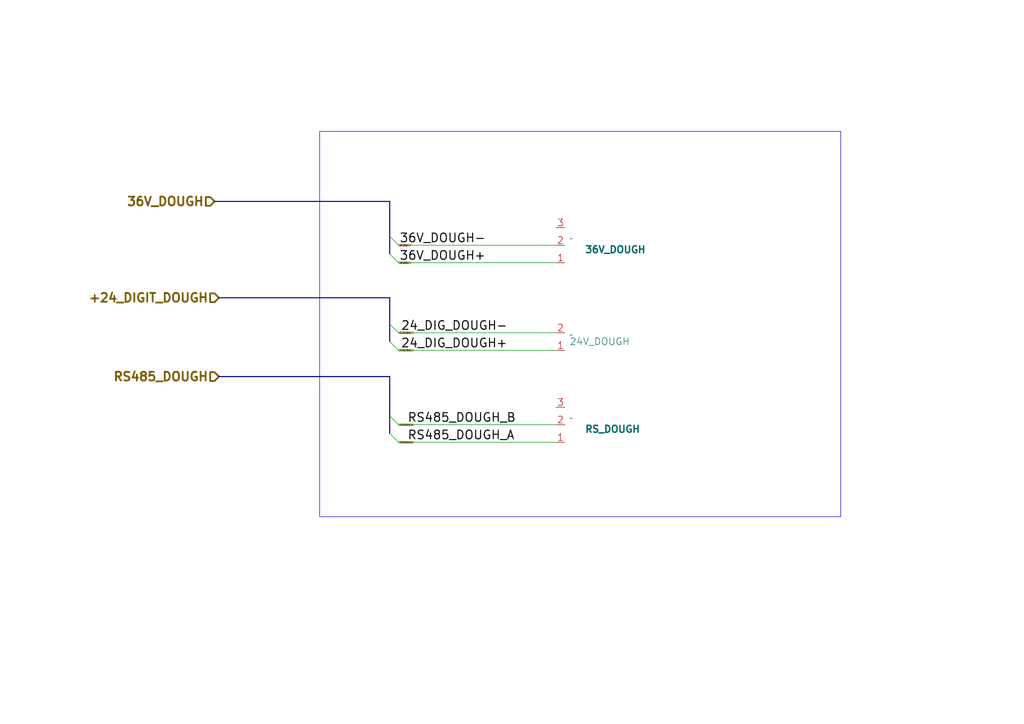
<source format=kicad_sch>
(kicad_sch (version 20250114) (generator "eeschema") (generator_version "9.0")
  (paper "A4")
  (lib_symbols
    (symbol "Connector:Conn_01x02_(wide)"
      (property "Reference" "J" (at 0 0 0))
      (symbol "Conn_01x02_(wide)_1_1"
        (pin input line (at -2.54 -5.08 0) (length 2.54) (name "") (number "1"))
        (pin input line (at -2.54 -10.16 0) (length 2.54) (name "") (number "2"))
      )
    )
    (symbol "Connector:Conn_01x03_(wide)"
      (property "Reference" "J" (at 0 0 0))
      (symbol "Conn_01x03_(wide)_1_1"
        (pin input line (at -2.54 -5.08 0) (length 2.54) (name "") (number "1"))
        (pin input line (at -2.54 -10.16 0) (length 2.54) (name "") (number "2"))
        (pin input line (at -2.54 -15.24 0) (length 2.54) (name "") (number "3"))
      )
    )
  )
  (rectangle (start 92.71 38.1) (end 243.84 149.86))
  (bus_entry (at 113.03 68.58) (size 2.54 2.54))
  (bus_entry (at 113.03 73.66) (size 2.54 2.54))
  (bus_entry (at 113.03 99.06) (size 2.54 2.54))
  (bus_entry (at 113.03 125.73) (size 2.54 2.54))
  (bus_entry (at 113.03 120.65) (size 2.54 2.54))
  (bus_entry (at 113.03 93.98) (size 2.54 2.54))
  (wire (pts (xy 115.57 96.52) (xy 161.29 96.52)))
  (bus (pts (xy 113.03 93.98) (xy 113.03 99.06)))
  (wire (pts (xy 115.57 71.12) (xy 161.29 71.12)))
  (wire (pts (xy 115.57 76.2) (xy 161.29 76.2)))
  (bus (pts (xy 113.03 109.22) (xy 113.03 120.65)))
  (bus (pts (xy 113.03 68.58) (xy 113.03 73.66)))
  (wire (pts (xy 115.57 123.19) (xy 161.29 123.19)))
  (bus (pts (xy 113.03 86.36) (xy 113.03 93.98)))
  (bus (pts (xy 63.5 109.22) (xy 113.03 109.22)))
  (bus (pts (xy 113.03 120.65) (xy 113.03 125.73)))
  (bus (pts (xy 63.5 86.36) (xy 113.03 86.36)))
  (wire (pts (xy 115.57 128.27) (xy 161.29 128.27)))
  (bus (pts (xy 62.23 58.42) (xy 113.03 58.42)))
  (bus (pts (xy 113.03 58.42) (xy 113.03 68.58)))
  (wire (pts (xy 115.57 101.6) (xy 161.29 101.6)))
  (label "RS485_DOUGH_B" (at 118.11 123.19 0) (effects (font (size 2.5 2.5) (thickness 0.3125))))
  (label "36V_DOUGH-" (at 140.97 71.12 180) (effects (font (size 2.5 2.5) (thickness 0.3125))))
  (label "36V_DOUGH+" (at 140.97 76.2 180) (effects (font (size 2.5 2.5) (thickness 0.3125))))
  (label "24_DIG_DOUGH-" (at 147.32 96.52 180) (effects (font (size 2.5 2.5) (thickness 0.3125))))
  (label "24_DIG_DOUGH+" (at 147.32 101.6 180) (effects (font (size 2.5 2.5) (thickness 0.3125))))
  (label "RS485_DOUGH_A" (at 118.11 128.27 0) (effects (font (size 2.5 2.5) (thickness 0.3125))))
  (global_label "RS485_DOUGH_A" (shape input) (at 115.57 128.27 0) (effects (font (size 0.3 0.3))) (property "Intersheetrefs" "${INTERSHEET_REFS}" (effects (hide yes))))
  (global_label "RS485_DOUGH_B" (shape input) (at 115.57 123.19 0) (effects (font (size 0.3 0.3))) (property "Intersheetrefs" "${INTERSHEET_REFS}" (effects (hide yes))))
  (global_label "36V_DOUGH-" (shape input) (at 115.57 71.12 0) (effects (font (size 0.3 0.3))) (property "Intersheetrefs" "${INTERSHEET_REFS}" (effects (hide yes))))
  (global_label "24_DIG_DOUGH+" (shape input) (at 115.57 101.6 0) (effects (font (size 0.3 0.3))) (property "Intersheetrefs" "${INTERSHEET_REFS}" (effects (hide yes))))
  (global_label "36V_DOUGH+" (shape input) (at 115.57 76.2 0) (effects (font (size 0.3 0.3))) (property "Intersheetrefs" "${INTERSHEET_REFS}" (effects (hide yes))))
  (global_label "24_DIG_DOUGH-" (shape input) (at 115.57 96.52 0) (effects (font (size 0.3 0.3))) (property "Intersheetrefs" "${INTERSHEET_REFS}" (effects (hide yes))))
  (hierarchical_label "36V_DOUGH" (shape input) (at 62.23 58.42 180) (effects (font (size 2.54 2.54) (thickness 0.508) (bold yes))))
  (hierarchical_label "+24_DIGIT_DOUGH" (shape input) (at 63.5 86.36 180) (effects (font (size 2.54 2.54) (thickness 0.508) (bold yes))))
  (hierarchical_label "RS485_DOUGH" (shape input) (at 63.5 109.22 180) (effects (font (size 2.54 2.54) (thickness 0.508) (bold yes))))
  (symbol (lib_id "Connector:Conn_01x02_(wide)") (at 163.83 106.68 0) (mirror x) (unit 1)
    (property "Reference" "24V_DOUGH" (at 165.1 99.06 0) (effects (font (size 2 2)) (justify left)))
    (property "Value" "~" (at 165.1 97.155 0) (effects (justify left)))
  )
  (symbol (lib_id "Connector:Conn_01x03_(wide)") (at 163.83 133.35 0) (mirror x) (unit 1)
    (property "Reference" "RS_DOUGH" (at 169.418 124.46 0) (effects (font (size 2 2) (thickness 0.4) (bold yes)) (justify left)))
    (property "Value" "~" (at 165.1 121.285 0) (effects (justify left)))
  )
  (symbol (lib_id "Connector:Conn_01x03_(wide)") (at 163.83 81.28 0) (mirror x) (unit 1)
    (property "Reference" "36V_DOUGH" (at 169.418 72.39 0) (effects (font (size 2 2) (thickness 0.4) (bold yes)) (justify left)))
    (property "Value" "~" (at 165.1 69.215 0) (effects (justify left)))
  )
)
</source>
